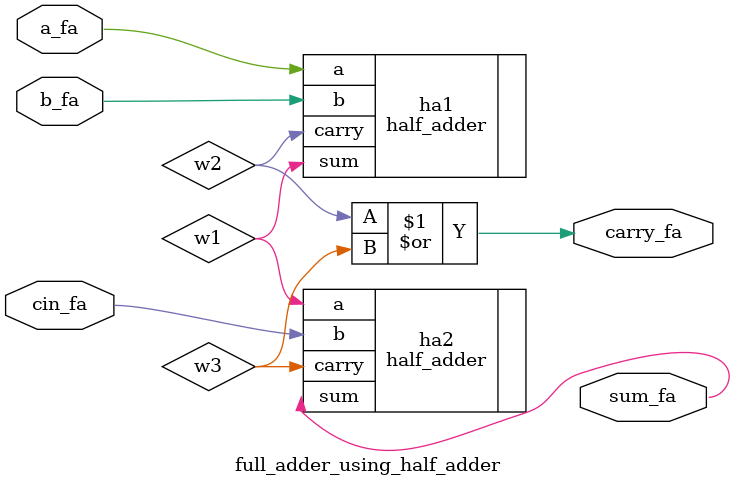
<source format=v>
module full_adder_using_half_adder(
    input a_fa, b_fa, cin_fa,
    output sum_fa, carry_fa
);

wire w1, w2, w3;

// First half adder
half_adder ha1 (
    .a(a_fa),
    .b(b_fa),
    .sum(w1),
    .carry(w2)
);

// Second half adder
half_adder ha2 (
    .a(w1),
    .b(cin_fa),
    .sum(sum_fa),
    .carry(w3)
);

// OR gate for final carry
assign carry_fa = w2 | w3;

endmodule

</source>
